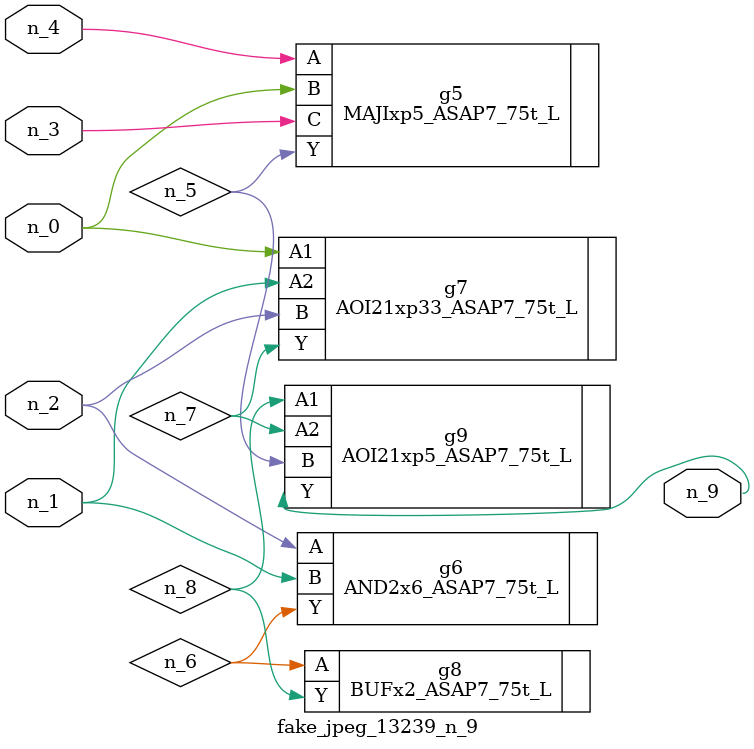
<source format=v>
module fake_jpeg_13239_n_9 (n_3, n_2, n_1, n_0, n_4, n_9);

input n_3;
input n_2;
input n_1;
input n_0;
input n_4;

output n_9;

wire n_8;
wire n_6;
wire n_5;
wire n_7;

MAJIxp5_ASAP7_75t_L g5 ( 
.A(n_4),
.B(n_0),
.C(n_3),
.Y(n_5)
);

AND2x6_ASAP7_75t_L g6 ( 
.A(n_2),
.B(n_1),
.Y(n_6)
);

AOI21xp33_ASAP7_75t_L g7 ( 
.A1(n_0),
.A2(n_1),
.B(n_2),
.Y(n_7)
);

BUFx2_ASAP7_75t_L g8 ( 
.A(n_6),
.Y(n_8)
);

AOI21xp5_ASAP7_75t_L g9 ( 
.A1(n_8),
.A2(n_7),
.B(n_5),
.Y(n_9)
);


endmodule
</source>
